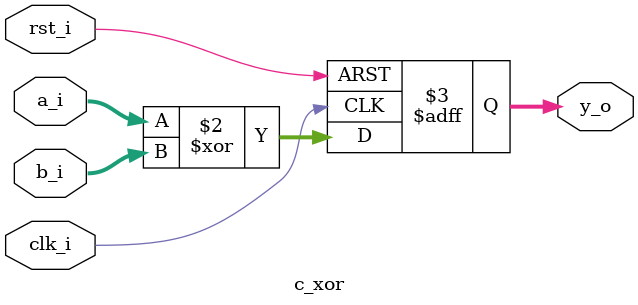
<source format=sv>
module c_xor #(
    parameter int Width = 8
)(
    input logic clk_i,
    input logic rst_i,
    input logic [Width-1:0] a_i,
    input logic [Width-1:0] b_i,
    output logic [Width-1:0] y_o
);

always_ff @(posedge clk_i or posedge rst_i)begin

if(rst_i) begin
    y_o <= 1'b0;
end else begin
    y_o <= a_i ^ b_i;
end
end

endmodule: c_xor
</source>
